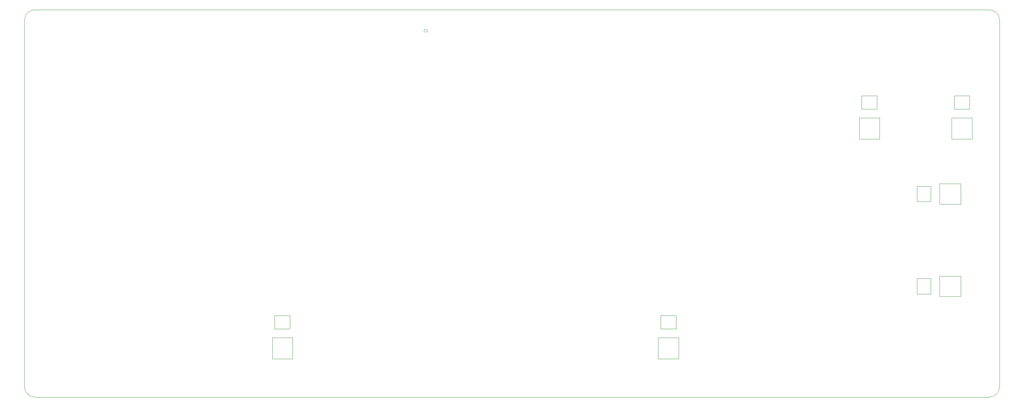
<source format=gbr>
%TF.GenerationSoftware,KiCad,Pcbnew,6.0.2-378541a8eb~116~ubuntu20.04.1*%
%TF.CreationDate,2022-02-22T21:10:34+00:00*%
%TF.ProjectId,Orthodox,4f727468-6f64-46f7-982e-6b696361645f,rev?*%
%TF.SameCoordinates,Original*%
%TF.FileFunction,Profile,NP*%
%FSLAX46Y46*%
G04 Gerber Fmt 4.6, Leading zero omitted, Abs format (unit mm)*
G04 Created by KiCad (PCBNEW 6.0.2-378541a8eb~116~ubuntu20.04.1) date 2022-02-22 21:10:34*
%MOMM*%
%LPD*%
G01*
G04 APERTURE LIST*
%TA.AperFunction,Profile*%
%ADD10C,0.050000*%
%TD*%
%TA.AperFunction,Profile*%
%ADD11C,0.120000*%
%TD*%
%TA.AperFunction,Profile*%
%ADD12C,0.010000*%
%TD*%
G04 APERTURE END LIST*
D10*
X82725000Y-82455000D02*
G75*
G03*
X79975000Y-85205000I-1J-2749999D01*
G01*
X82725000Y-183205000D02*
X330375000Y-183205000D01*
X79975000Y-180455000D02*
G75*
G03*
X82725000Y-183205000I2749999J-1D01*
G01*
X79975000Y-180455000D02*
X79975000Y-85205000D01*
X330375000Y-183205000D02*
G75*
G03*
X333125000Y-180455000I1J2749999D01*
G01*
X330375001Y-82454980D02*
X82725000Y-82455000D01*
X333124980Y-180455001D02*
X333125000Y-85205000D01*
X333125000Y-85205000D02*
G75*
G03*
X330375000Y-82455000I-2749999J1D01*
G01*
D11*
%TO.C,SW38*%
X311730000Y-132335000D02*
X315230000Y-132335000D01*
X317530000Y-132985000D02*
X323030000Y-132985000D01*
X315230000Y-128335000D02*
X311730000Y-128335000D01*
X317530000Y-156985000D02*
X323030000Y-156985000D01*
X323030000Y-127685000D02*
X317530000Y-127685000D01*
X317530000Y-156985000D02*
X317530000Y-151685000D01*
X323030000Y-156985000D02*
X323030000Y-151685000D01*
X311730000Y-132335000D02*
X311730000Y-128335000D01*
X315230000Y-156335000D02*
X315230000Y-152335000D01*
X323030000Y-151685000D02*
X317530000Y-151685000D01*
X311730000Y-156335000D02*
X315230000Y-156335000D01*
X315230000Y-132335000D02*
X315230000Y-128335000D01*
X323030000Y-132985000D02*
X323030000Y-127685000D01*
X317530000Y-132985000D02*
X317530000Y-127685000D01*
X311730000Y-156335000D02*
X311730000Y-152335000D01*
X315230000Y-152335000D02*
X311730000Y-152335000D01*
%TO.C,SW25*%
X301325000Y-108280000D02*
X301325000Y-104780000D01*
X296675000Y-110580000D02*
X296675000Y-116080000D01*
X320675000Y-110580000D02*
X320675000Y-116080000D01*
X320675000Y-116080000D02*
X325975000Y-116080000D01*
X297325000Y-104780000D02*
X297325000Y-108280000D01*
X297325000Y-108280000D02*
X301325000Y-108280000D01*
X297325000Y-104780000D02*
X301325000Y-104780000D01*
X296675000Y-110580000D02*
X301975000Y-110580000D01*
X301975000Y-116080000D02*
X301975000Y-110580000D01*
X321325000Y-104780000D02*
X325325000Y-104780000D01*
X321325000Y-108280000D02*
X325325000Y-108280000D01*
X320675000Y-110580000D02*
X325975000Y-110580000D01*
X296675000Y-116080000D02*
X301975000Y-116080000D01*
X325975000Y-116080000D02*
X325975000Y-110580000D01*
X325325000Y-108280000D02*
X325325000Y-104780000D01*
X321325000Y-104780000D02*
X321325000Y-108280000D01*
%TO.C,SW56*%
X144275000Y-167720000D02*
X144275000Y-173220000D01*
X144925000Y-165430000D02*
X148925000Y-165430000D01*
X144925000Y-161930000D02*
X148925000Y-161930000D01*
X144275000Y-167720000D02*
X149575000Y-167720000D01*
X245125000Y-161920000D02*
X249125000Y-161920000D01*
X144925000Y-161930000D02*
X144925000Y-165430000D01*
X245125000Y-161920000D02*
X245125000Y-165420000D01*
X244475000Y-167730000D02*
X244475000Y-173230000D01*
X249125000Y-165420000D02*
X249125000Y-161920000D01*
X249775000Y-173230000D02*
X249775000Y-167730000D01*
X245125000Y-165420000D02*
X249125000Y-165420000D01*
X148925000Y-165430000D02*
X148925000Y-161930000D01*
X244475000Y-173230000D02*
X249775000Y-173230000D01*
X244475000Y-167730000D02*
X249775000Y-167730000D01*
X144275000Y-173220000D02*
X149575000Y-173220000D01*
X149575000Y-173220000D02*
X149575000Y-167720000D01*
D12*
%TO.C,J1*%
X184285000Y-87585000D02*
X183985000Y-87585000D01*
X183985000Y-88235000D02*
X184285000Y-88235000D01*
X183985000Y-87585000D02*
G75*
G03*
X183660000Y-87910000I-1J-324999D01*
G01*
X183660000Y-87910000D02*
G75*
G03*
X183985000Y-88235000I324999J-1D01*
G01*
X184610000Y-87910000D02*
G75*
G03*
X184285000Y-87585000I-324999J1D01*
G01*
X184285000Y-88235000D02*
G75*
G03*
X184610000Y-87910000I1J324999D01*
G01*
%TD*%
M02*

</source>
